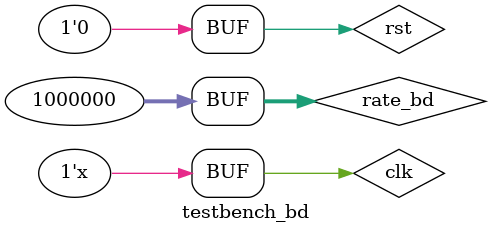
<source format=v>
module testbench_bd();
  // Declare input and output signals for the MUT
  reg clk, rst;
  reg [31:0] rate_bd;
  wire clk_bd;

  // Instantiate the MUT
  bd_generator MUT (
    .clk(clk),
    .rst(rst),
    .rate_bd(rate_bd),
    .clk_bd(clk_bd)
  );

  // Initialize input signals and registers
  initial begin
    clk = 0;
    rst = 1;
    rate_bd = 5000000;  // 5 MHz baud rate
    #10 rst = 0;
  end

  // Apply stimuli to the MUT and observe the output responses
  always begin
    #5 clk = ~clk;
  end

  // Print out input and output signals
  initial begin
    $monitor("rate_bd=%d clk_bd=%d", rate_bd, clk_bd);
  end

  // Test case 1: change baud rate
  initial begin
    #150 rate_bd = 1000000;  // 1 MHz baud rate
  end
endmodule




</source>
